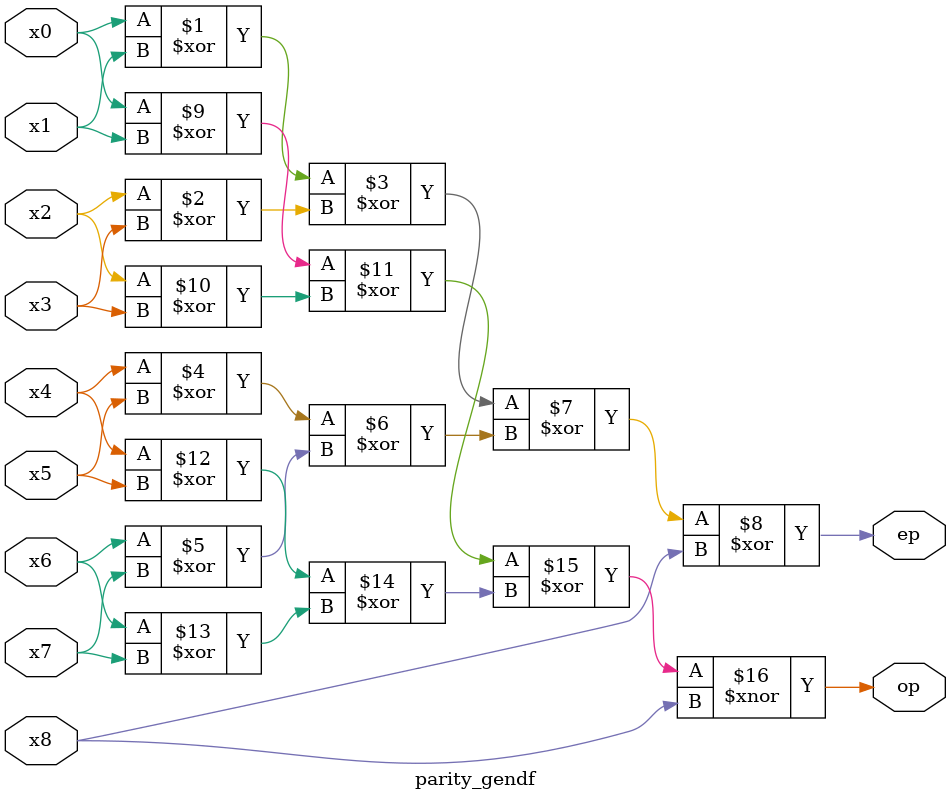
<source format=v>
`timescale 1ns / 1ps


module parity_gendf(input x0,x1,x2,x3,x4,x5,x6,x7,x8,output ep,op );
assign ep=(((x0^x1)^(x2^x3))^((x4^x5)^(x6^x7))^x8);
assign op=(((x0^x1)^(x2^x3))^((x4^x5)^(x6^x7))~^x8);
endmodule

</source>
